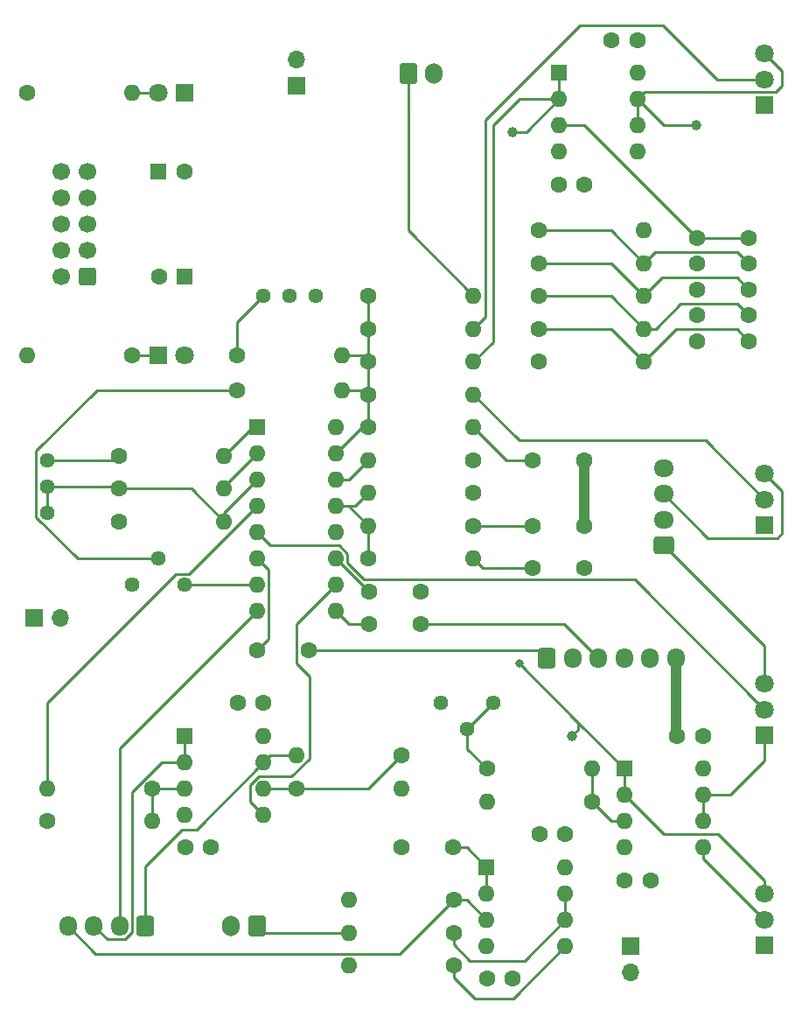
<source format=gtl>
G04 #@! TF.GenerationSoftware,KiCad,Pcbnew,(6.0.11)*
G04 #@! TF.CreationDate,2023-07-27T19:06:46+09:00*
G04 #@! TF.ProjectId,3340VCO,33333430-5643-44f2-9e6b-696361645f70,1.0*
G04 #@! TF.SameCoordinates,Original*
G04 #@! TF.FileFunction,Copper,L1,Top*
G04 #@! TF.FilePolarity,Positive*
%FSLAX46Y46*%
G04 Gerber Fmt 4.6, Leading zero omitted, Abs format (unit mm)*
G04 Created by KiCad (PCBNEW (6.0.11)) date 2023-07-27 19:06:46*
%MOMM*%
%LPD*%
G01*
G04 APERTURE LIST*
G04 Aperture macros list*
%AMRoundRect*
0 Rectangle with rounded corners*
0 $1 Rounding radius*
0 $2 $3 $4 $5 $6 $7 $8 $9 X,Y pos of 4 corners*
0 Add a 4 corners polygon primitive as box body*
4,1,4,$2,$3,$4,$5,$6,$7,$8,$9,$2,$3,0*
0 Add four circle primitives for the rounded corners*
1,1,$1+$1,$2,$3*
1,1,$1+$1,$4,$5*
1,1,$1+$1,$6,$7*
1,1,$1+$1,$8,$9*
0 Add four rect primitives between the rounded corners*
20,1,$1+$1,$2,$3,$4,$5,0*
20,1,$1+$1,$4,$5,$6,$7,0*
20,1,$1+$1,$6,$7,$8,$9,0*
20,1,$1+$1,$8,$9,$2,$3,0*%
G04 Aperture macros list end*
G04 #@! TA.AperFunction,SMDPad,CuDef*
%ADD10C,1.000000*%
G04 #@! TD*
G04 #@! TA.AperFunction,ComponentPad*
%ADD11C,1.600000*%
G04 #@! TD*
G04 #@! TA.AperFunction,ComponentPad*
%ADD12O,1.600000X1.600000*%
G04 #@! TD*
G04 #@! TA.AperFunction,ComponentPad*
%ADD13R,1.600000X1.600000*%
G04 #@! TD*
G04 #@! TA.AperFunction,ComponentPad*
%ADD14R,1.700000X1.700000*%
G04 #@! TD*
G04 #@! TA.AperFunction,ComponentPad*
%ADD15O,1.700000X1.700000*%
G04 #@! TD*
G04 #@! TA.AperFunction,ComponentPad*
%ADD16R,1.800000X1.800000*%
G04 #@! TD*
G04 #@! TA.AperFunction,ComponentPad*
%ADD17C,1.800000*%
G04 #@! TD*
G04 #@! TA.AperFunction,ComponentPad*
%ADD18C,1.440000*%
G04 #@! TD*
G04 #@! TA.AperFunction,ComponentPad*
%ADD19RoundRect,0.250000X-0.600000X-0.750000X0.600000X-0.750000X0.600000X0.750000X-0.600000X0.750000X0*%
G04 #@! TD*
G04 #@! TA.AperFunction,ComponentPad*
%ADD20O,1.700000X2.000000*%
G04 #@! TD*
G04 #@! TA.AperFunction,ComponentPad*
%ADD21RoundRect,0.250000X-0.600000X-0.725000X0.600000X-0.725000X0.600000X0.725000X-0.600000X0.725000X0*%
G04 #@! TD*
G04 #@! TA.AperFunction,ComponentPad*
%ADD22O,1.700000X1.950000*%
G04 #@! TD*
G04 #@! TA.AperFunction,ComponentPad*
%ADD23RoundRect,0.250000X0.725000X-0.600000X0.725000X0.600000X-0.725000X0.600000X-0.725000X-0.600000X0*%
G04 #@! TD*
G04 #@! TA.AperFunction,ComponentPad*
%ADD24O,1.950000X1.700000*%
G04 #@! TD*
G04 #@! TA.AperFunction,ComponentPad*
%ADD25RoundRect,0.250000X0.600000X0.750000X-0.600000X0.750000X-0.600000X-0.750000X0.600000X-0.750000X0*%
G04 #@! TD*
G04 #@! TA.AperFunction,ComponentPad*
%ADD26RoundRect,0.250000X0.600000X0.725000X-0.600000X0.725000X-0.600000X-0.725000X0.600000X-0.725000X0*%
G04 #@! TD*
G04 #@! TA.AperFunction,ComponentPad*
%ADD27RoundRect,0.250000X0.600000X0.600000X-0.600000X0.600000X-0.600000X-0.600000X0.600000X-0.600000X0*%
G04 #@! TD*
G04 #@! TA.AperFunction,ComponentPad*
%ADD28C,1.700000*%
G04 #@! TD*
G04 #@! TA.AperFunction,ViaPad*
%ADD29C,0.800000*%
G04 #@! TD*
G04 #@! TA.AperFunction,Conductor*
%ADD30C,0.250000*%
G04 #@! TD*
G04 #@! TA.AperFunction,Conductor*
%ADD31C,1.000000*%
G04 #@! TD*
G04 APERTURE END LIST*
D10*
X151765000Y-62865000D03*
X169545000Y-62230000D03*
D11*
X153702523Y-105033323D03*
X158702523Y-105033323D03*
X154305000Y-72390000D03*
D12*
X164465000Y-72390000D03*
D11*
X169582500Y-83105000D03*
X169582500Y-80605000D03*
X169582500Y-78105000D03*
X169582500Y-75605000D03*
X169582500Y-73105000D03*
X174582500Y-83105000D03*
X174582500Y-80605000D03*
X174582500Y-78105000D03*
X174582500Y-75605000D03*
X174582500Y-73105000D03*
X146050000Y-143510000D03*
D12*
X135890000Y-143510000D03*
D13*
X156220000Y-57160000D03*
D12*
X156220000Y-59700000D03*
X156220000Y-62240000D03*
X156220000Y-64780000D03*
X163840000Y-64780000D03*
X163840000Y-62240000D03*
X163840000Y-59700000D03*
X163840000Y-57160000D03*
D14*
X130810000Y-58420000D03*
D15*
X130810000Y-55880000D03*
D11*
X141010000Y-132080000D03*
X146010000Y-132080000D03*
X154305000Y-75565000D03*
D12*
X164465000Y-75565000D03*
D16*
X176130000Y-121245000D03*
D17*
X176130000Y-118745000D03*
X176130000Y-116245000D03*
D16*
X120015000Y-59055000D03*
D17*
X117475000Y-59055000D03*
D11*
X127040000Y-113030000D03*
X132040000Y-113030000D03*
X137805000Y-85080000D03*
D12*
X147965000Y-85080000D03*
D11*
X125095000Y-84455000D03*
D12*
X135255000Y-84455000D03*
D11*
X137795000Y-104130000D03*
D12*
X147955000Y-104130000D03*
D11*
X154305000Y-78740000D03*
D12*
X164465000Y-78740000D03*
D13*
X149235000Y-134005000D03*
D12*
X149235000Y-136545000D03*
X149235000Y-139085000D03*
X149235000Y-141625000D03*
X156855000Y-141625000D03*
X156855000Y-139085000D03*
X156855000Y-136545000D03*
X156855000Y-134005000D03*
D13*
X117475000Y-66675000D03*
D11*
X119975000Y-66675000D03*
D18*
X132725000Y-78740000D03*
X130185000Y-78740000D03*
X127645000Y-78740000D03*
D19*
X141625000Y-57260000D03*
D20*
X144125000Y-57260000D03*
D11*
X159405000Y-127645000D03*
D12*
X149245000Y-127645000D03*
D16*
X176130000Y-100925000D03*
D17*
X176130000Y-98425000D03*
X176130000Y-95925000D03*
D11*
X154305000Y-85090000D03*
D12*
X164465000Y-85090000D03*
D11*
X165100000Y-135255000D03*
X162600000Y-135255000D03*
X146050000Y-137160000D03*
D12*
X135890000Y-137160000D03*
D21*
X155040000Y-113775000D03*
D22*
X157540000Y-113775000D03*
X160040000Y-113775000D03*
X162540000Y-113775000D03*
X165040000Y-113775000D03*
X167540000Y-113775000D03*
D11*
X153670000Y-94615000D03*
X158670000Y-94615000D03*
X104775000Y-59055000D03*
D12*
X114935000Y-59055000D03*
D11*
X137805000Y-81905000D03*
D12*
X147965000Y-81905000D03*
D11*
X137795000Y-91440000D03*
D12*
X147955000Y-91440000D03*
D11*
X142835000Y-110490000D03*
X137835000Y-110490000D03*
X137805000Y-88255000D03*
D12*
X147965000Y-88255000D03*
D11*
X113665000Y-94180000D03*
D12*
X123825000Y-94180000D03*
D11*
X158710000Y-67935000D03*
X156210000Y-67935000D03*
D14*
X105410000Y-109855000D03*
D15*
X107950000Y-109855000D03*
D11*
X140980000Y-123180000D03*
D12*
X130820000Y-123180000D03*
D16*
X176130000Y-60285000D03*
D17*
X176130000Y-57785000D03*
X176130000Y-55285000D03*
D11*
X149245000Y-124470000D03*
D12*
X159405000Y-124470000D03*
D16*
X117475000Y-84455000D03*
D17*
X120015000Y-84455000D03*
D11*
X127625000Y-118100000D03*
X125125000Y-118100000D03*
X142835000Y-107315000D03*
X137835000Y-107315000D03*
D14*
X163195000Y-141605000D03*
D15*
X163195000Y-144145000D03*
D18*
X106680000Y-94615000D03*
X106680000Y-97155000D03*
X106680000Y-99695000D03*
D16*
X176130000Y-141565000D03*
D17*
X176130000Y-139065000D03*
X176130000Y-136565000D03*
D23*
X166370000Y-102870000D03*
D24*
X166370000Y-100370000D03*
X166370000Y-97870000D03*
X166370000Y-95370000D03*
D11*
X125095000Y-87830000D03*
D12*
X135255000Y-87830000D03*
D11*
X154305000Y-81915000D03*
D12*
X164465000Y-81915000D03*
D25*
X126980000Y-139700000D03*
D20*
X124480000Y-139700000D03*
D11*
X163830000Y-53965000D03*
X161330000Y-53965000D03*
X114935000Y-84455000D03*
D12*
X104775000Y-84455000D03*
D18*
X149900000Y-118110000D03*
X147360000Y-120650000D03*
X144820000Y-118110000D03*
D11*
X122555000Y-132070000D03*
X120055000Y-132070000D03*
D13*
X127000000Y-91430000D03*
D12*
X127000000Y-93970000D03*
X127000000Y-96510000D03*
X127000000Y-99050000D03*
X127000000Y-101590000D03*
X127000000Y-104130000D03*
X127000000Y-106670000D03*
X127000000Y-109210000D03*
X134620000Y-109210000D03*
X134620000Y-106670000D03*
X134620000Y-104130000D03*
X134620000Y-101590000D03*
X134620000Y-99050000D03*
X134620000Y-96510000D03*
X134620000Y-93970000D03*
X134620000Y-91430000D03*
D18*
X114935000Y-106680000D03*
X117475000Y-104140000D03*
X120015000Y-106680000D03*
D11*
X147955000Y-100955000D03*
D12*
X137795000Y-100955000D03*
D11*
X146050000Y-140335000D03*
D12*
X135890000Y-140335000D03*
D11*
X130820000Y-126355000D03*
D12*
X140980000Y-126355000D03*
D13*
X120025000Y-121295000D03*
D12*
X120025000Y-123835000D03*
X120025000Y-126375000D03*
X120025000Y-128915000D03*
X127645000Y-128915000D03*
X127645000Y-126375000D03*
X127645000Y-123835000D03*
X127645000Y-121295000D03*
D11*
X147955000Y-97780000D03*
D12*
X137795000Y-97780000D03*
D11*
X147955000Y-94615000D03*
D12*
X137795000Y-94615000D03*
D11*
X116850000Y-126365000D03*
D12*
X106690000Y-126365000D03*
D26*
X116205000Y-139700000D03*
D22*
X113705000Y-139700000D03*
X111205000Y-139700000D03*
X108705000Y-139700000D03*
D27*
X110607500Y-76835000D03*
D28*
X108067500Y-76835000D03*
X110607500Y-74295000D03*
X108067500Y-74295000D03*
X110607500Y-71755000D03*
X108067500Y-71755000D03*
X110607500Y-69215000D03*
X108067500Y-69215000D03*
X110607500Y-66675000D03*
X108067500Y-66675000D03*
D11*
X113665000Y-100530000D03*
D12*
X123825000Y-100530000D03*
D13*
X120015000Y-76835000D03*
D11*
X117515000Y-76835000D03*
X137805000Y-78730000D03*
D12*
X147965000Y-78730000D03*
D10*
X157480000Y-121285000D03*
D11*
X158710000Y-100965000D03*
X153710000Y-100965000D03*
X151765000Y-144780000D03*
X149265000Y-144780000D03*
X170180000Y-121285000D03*
X167680000Y-121285000D03*
X156825000Y-130810000D03*
X154325000Y-130810000D03*
X106690000Y-129540000D03*
D12*
X116850000Y-129540000D03*
D13*
X162590000Y-124480000D03*
D12*
X162590000Y-127020000D03*
X162590000Y-129560000D03*
X162590000Y-132100000D03*
X170210000Y-132100000D03*
X170210000Y-129560000D03*
X170210000Y-127020000D03*
X170210000Y-124480000D03*
D11*
X113665000Y-97345000D03*
D12*
X123825000Y-97345000D03*
D29*
X152400000Y-114300000D03*
D30*
X177800000Y-97595000D02*
X176130000Y-95925000D01*
X177800000Y-101705000D02*
X177800000Y-97595000D01*
X177355000Y-102150000D02*
X177800000Y-101705000D01*
X170650000Y-102150000D02*
X177355000Y-102150000D01*
X166370000Y-97870000D02*
X170650000Y-102150000D01*
X176130000Y-116245000D02*
X176130000Y-112630000D01*
X176130000Y-112630000D02*
X166370000Y-102870000D01*
X172805000Y-127020000D02*
X176130000Y-123695000D01*
X176130000Y-123695000D02*
X176130000Y-121245000D01*
X148858323Y-105033323D02*
X147955000Y-104130000D01*
X153702523Y-105033323D02*
X148858323Y-105033323D01*
X113475000Y-97155000D02*
X113665000Y-97345000D01*
X106680000Y-97155000D02*
X113475000Y-97155000D01*
X106680000Y-99695000D02*
X106680000Y-97155000D01*
X106680000Y-94615000D02*
X113230000Y-94615000D01*
X113230000Y-94615000D02*
X113665000Y-94180000D01*
X153055000Y-62865000D02*
X156220000Y-59700000D01*
X151765000Y-62865000D02*
X153055000Y-62865000D01*
X166370000Y-62230000D02*
X163840000Y-59700000D01*
X169545000Y-62230000D02*
X166370000Y-62230000D01*
X173457500Y-79480000D02*
X174582500Y-80605000D01*
X168031370Y-79480000D02*
X173457500Y-79480000D01*
X165596370Y-81915000D02*
X168031370Y-79480000D01*
X164465000Y-81915000D02*
X165596370Y-81915000D01*
X173457500Y-81980000D02*
X174582500Y-83105000D01*
X167575000Y-81980000D02*
X173457500Y-81980000D01*
X164465000Y-85090000D02*
X167575000Y-81980000D01*
X173457500Y-76980000D02*
X174582500Y-78105000D01*
X166225000Y-76980000D02*
X173457500Y-76980000D01*
X164465000Y-78740000D02*
X166225000Y-76980000D01*
X173457500Y-74480000D02*
X174582500Y-75605000D01*
X165550000Y-74480000D02*
X173457500Y-74480000D01*
X164465000Y-75565000D02*
X165550000Y-74480000D01*
X169582500Y-73105000D02*
X174582500Y-73105000D01*
X161290000Y-72390000D02*
X164465000Y-75565000D01*
X154305000Y-72390000D02*
X161290000Y-72390000D01*
X161290000Y-75565000D02*
X164465000Y-78740000D01*
X154305000Y-75565000D02*
X161290000Y-75565000D01*
X161290000Y-78740000D02*
X164465000Y-81915000D01*
X154305000Y-78740000D02*
X161290000Y-78740000D01*
X161290000Y-81915000D02*
X164465000Y-85090000D01*
X154305000Y-81915000D02*
X161290000Y-81915000D01*
D31*
X158670000Y-94615000D02*
X158670000Y-100925000D01*
X167540000Y-113775000D02*
X167540000Y-121145000D01*
X167540000Y-121145000D02*
X167680000Y-121285000D01*
X158670000Y-100925000D02*
X158710000Y-100965000D01*
D30*
X127000000Y-104130000D02*
X128125000Y-105255000D01*
X128125000Y-105255000D02*
X128125000Y-111945000D01*
X128125000Y-111945000D02*
X127040000Y-113030000D01*
X132040000Y-113030000D02*
X154295000Y-113030000D01*
X154295000Y-113030000D02*
X155040000Y-113775000D01*
X137835000Y-107315000D02*
X134650000Y-104130000D01*
X134650000Y-104130000D02*
X134620000Y-104130000D01*
X156755000Y-110490000D02*
X160040000Y-113775000D01*
X142835000Y-110490000D02*
X156755000Y-110490000D01*
X137835000Y-110490000D02*
X135900000Y-110490000D01*
X135900000Y-110490000D02*
X134620000Y-109210000D01*
X153670000Y-94615000D02*
X151130000Y-94615000D01*
X151130000Y-94615000D02*
X147955000Y-91440000D01*
X147955000Y-100955000D02*
X153700000Y-100955000D01*
X153700000Y-100955000D02*
X153710000Y-100965000D01*
X146050000Y-143510000D02*
X146050000Y-144641370D01*
X146050000Y-144641370D02*
X148093630Y-146685000D01*
X151795000Y-146685000D02*
X156855000Y-141625000D01*
X148093630Y-146685000D02*
X151795000Y-146685000D01*
X146010000Y-132080000D02*
X147310000Y-132080000D01*
X147310000Y-132080000D02*
X149235000Y-134005000D01*
X149235000Y-134005000D02*
X149235000Y-136545000D01*
X114935000Y-59055000D02*
X117475000Y-59055000D01*
X114935000Y-84455000D02*
X117475000Y-84455000D01*
X147965000Y-78730000D02*
X141625000Y-72390000D01*
X141625000Y-72390000D02*
X141625000Y-57260000D01*
X113705000Y-139700000D02*
X113705000Y-122505000D01*
X113705000Y-122505000D02*
X127000000Y-109210000D01*
X127645000Y-123835000D02*
X128300000Y-123180000D01*
X116205000Y-133904745D02*
X119769745Y-130340000D01*
X128300000Y-123180000D02*
X130820000Y-123180000D01*
X116205000Y-139700000D02*
X116205000Y-133904745D01*
X119769745Y-130340000D02*
X121140000Y-130340000D01*
X121140000Y-130340000D02*
X127645000Y-123835000D01*
X114880000Y-140311701D02*
X114191701Y-141000000D01*
X120025000Y-121295000D02*
X120025000Y-123835000D01*
X117789009Y-123835000D02*
X114880000Y-126744009D01*
X112505000Y-141000000D02*
X111205000Y-139700000D01*
X114880000Y-126744009D02*
X114880000Y-140311701D01*
X114191701Y-141000000D02*
X112505000Y-141000000D01*
X120025000Y-123835000D02*
X117789009Y-123835000D01*
X166380000Y-130810000D02*
X162590000Y-127020000D01*
X176130000Y-135292208D02*
X171647792Y-130810000D01*
X176130000Y-136565000D02*
X176130000Y-135292208D01*
X162580000Y-124480000D02*
X158115000Y-120015000D01*
X162590000Y-124480000D02*
X162580000Y-124480000D01*
X158115000Y-120015000D02*
X152400000Y-114300000D01*
X162590000Y-127020000D02*
X162590000Y-124480000D01*
X171647792Y-130810000D02*
X166380000Y-130810000D01*
X157480000Y-121285000D02*
X158115000Y-120650000D01*
X158115000Y-120650000D02*
X158115000Y-120015000D01*
X147360000Y-122585000D02*
X149245000Y-124470000D01*
X147360000Y-120650000D02*
X149900000Y-118110000D01*
X147360000Y-120650000D02*
X147360000Y-122585000D01*
X161320000Y-129560000D02*
X162590000Y-129560000D01*
X159405000Y-124470000D02*
X159405000Y-127645000D01*
X159405000Y-127645000D02*
X161320000Y-129560000D01*
X120415000Y-105635000D02*
X119155000Y-105635000D01*
X106690000Y-126990000D02*
X106690000Y-126365000D01*
X119155000Y-105635000D02*
X106680000Y-118110000D01*
X106680000Y-118110000D02*
X106680000Y-127000000D01*
X106680000Y-127000000D02*
X106690000Y-126990000D01*
X127000000Y-99050000D02*
X120415000Y-105635000D01*
X116850000Y-126365000D02*
X116850000Y-129540000D01*
X116860000Y-126375000D02*
X116850000Y-126365000D01*
X120025000Y-126375000D02*
X116860000Y-126375000D01*
X127000000Y-91430000D02*
X126575000Y-91430000D01*
X126575000Y-91430000D02*
X123825000Y-94180000D01*
X127000000Y-93970000D02*
X123825000Y-97145000D01*
X123825000Y-97145000D02*
X123825000Y-97345000D01*
X120640000Y-97345000D02*
X123825000Y-100530000D01*
X127000000Y-96510000D02*
X123825000Y-99685000D01*
X113665000Y-97345000D02*
X120640000Y-97345000D01*
X123825000Y-99685000D02*
X123825000Y-100530000D01*
X125095000Y-81290000D02*
X125095000Y-84455000D01*
X127645000Y-78740000D02*
X125095000Y-81290000D01*
X109647146Y-104140000D02*
X105635000Y-100127854D01*
X105635000Y-100127854D02*
X105635000Y-93755000D01*
X111560000Y-87830000D02*
X125095000Y-87830000D01*
X117475000Y-104140000D02*
X109647146Y-104140000D01*
X105635000Y-93755000D02*
X111560000Y-87830000D01*
X137795000Y-88265000D02*
X137805000Y-88255000D01*
X135255000Y-84455000D02*
X137180000Y-84455000D01*
X137380000Y-87830000D02*
X137805000Y-88255000D01*
X137805000Y-81905000D02*
X137805000Y-78730000D01*
X137805000Y-85080000D02*
X137805000Y-81905000D01*
X134620000Y-93970000D02*
X137150000Y-91440000D01*
X137150000Y-91440000D02*
X137795000Y-91440000D01*
X137180000Y-84455000D02*
X137805000Y-85080000D01*
X137805000Y-88255000D02*
X137805000Y-85080000D01*
X135255000Y-87830000D02*
X137380000Y-87830000D01*
X137795000Y-91440000D02*
X137795000Y-88265000D01*
X152420000Y-92710000D02*
X170415000Y-92710000D01*
X170415000Y-92710000D02*
X176130000Y-98425000D01*
X147965000Y-88255000D02*
X152420000Y-92710000D01*
X137805000Y-126355000D02*
X140980000Y-123180000D01*
X130800000Y-126375000D02*
X130820000Y-126355000D01*
X130820000Y-126355000D02*
X137805000Y-126355000D01*
X127645000Y-126375000D02*
X130800000Y-126375000D01*
X134620000Y-96510000D02*
X135900000Y-96510000D01*
X135900000Y-96510000D02*
X137795000Y-94615000D01*
X166286926Y-52540000D02*
X171531926Y-57785000D01*
X149090000Y-61730000D02*
X158280000Y-52540000D01*
X171531926Y-57785000D02*
X176130000Y-57785000D01*
X147965000Y-81905000D02*
X149090000Y-80780000D01*
X149090000Y-80780000D02*
X149090000Y-61730000D01*
X158280000Y-52540000D02*
X166286926Y-52540000D01*
X149860000Y-83185000D02*
X149860000Y-62230000D01*
X156220000Y-57160000D02*
X156220000Y-59700000D01*
X149860000Y-62230000D02*
X152400000Y-59690000D01*
X152400000Y-59690000D02*
X152410000Y-59700000D01*
X147965000Y-85080000D02*
X149860000Y-83185000D01*
X152410000Y-59700000D02*
X156220000Y-59700000D01*
X128280000Y-102870000D02*
X127000000Y-101590000D01*
X135745000Y-104588604D02*
X135745000Y-103664009D01*
X176130000Y-118745000D02*
X163575000Y-106190000D01*
X135745000Y-103664009D02*
X134950991Y-102870000D01*
X134950991Y-102870000D02*
X128280000Y-102870000D01*
X163575000Y-106190000D02*
X137346396Y-106190000D01*
X137346396Y-106190000D02*
X135745000Y-104588604D01*
X170210000Y-127020000D02*
X172805000Y-127020000D01*
X170210000Y-127020000D02*
X170210000Y-129560000D01*
X156220000Y-62240000D02*
X158717500Y-62240000D01*
X158717500Y-62240000D02*
X169582500Y-73105000D01*
X127199009Y-125230000D02*
X130360991Y-125230000D01*
X126365000Y-126064009D02*
X127199009Y-125230000D01*
X126365000Y-127635000D02*
X126365000Y-126064009D01*
X130360991Y-125230000D02*
X132080000Y-123510991D01*
X127645000Y-128915000D02*
X126365000Y-127635000D01*
X130810000Y-110480000D02*
X134620000Y-106670000D01*
X130810000Y-114300000D02*
X130810000Y-110480000D01*
X132080000Y-115570000D02*
X130810000Y-114300000D01*
X132080000Y-123510991D02*
X132080000Y-115570000D01*
X164530000Y-59010000D02*
X177210000Y-59010000D01*
X176130000Y-55285000D02*
X177800000Y-56955000D01*
X177210000Y-59010000D02*
X177800000Y-58420000D01*
X163840000Y-59700000D02*
X163840000Y-62240000D01*
X177800000Y-56955000D02*
X177800000Y-57150000D01*
X163840000Y-59700000D02*
X164530000Y-59010000D01*
X177800000Y-58420000D02*
X177800000Y-57150000D01*
X176130000Y-139065000D02*
X170210000Y-133145000D01*
X170210000Y-133145000D02*
X170210000Y-132100000D01*
X137795000Y-100955000D02*
X137795000Y-104130000D01*
X137795000Y-100955000D02*
X135890000Y-99050000D01*
X135890000Y-99050000D02*
X135265000Y-99050000D01*
X136525000Y-99050000D02*
X137795000Y-97780000D01*
X135265000Y-99050000D02*
X136525000Y-99050000D01*
X134620000Y-99050000D02*
X135265000Y-99050000D01*
X146050000Y-140335000D02*
X146050000Y-141466370D01*
X147633630Y-143050000D02*
X152890000Y-143050000D01*
X152890000Y-143050000D02*
X156855000Y-139085000D01*
X156855000Y-139085000D02*
X156855000Y-136545000D01*
X146050000Y-141466370D02*
X147633630Y-143050000D01*
X126990000Y-106680000D02*
X127000000Y-106670000D01*
X120015000Y-106680000D02*
X126990000Y-106680000D01*
X111390000Y-142385000D02*
X108705000Y-139700000D01*
X146050000Y-137160000D02*
X147310000Y-137160000D01*
X147310000Y-137160000D02*
X149235000Y-139085000D01*
X140825000Y-142385000D02*
X111390000Y-142385000D01*
X146050000Y-137160000D02*
X140825000Y-142385000D01*
X127615000Y-140335000D02*
X135890000Y-140335000D01*
X126980000Y-139700000D02*
X127615000Y-140335000D01*
M02*

</source>
